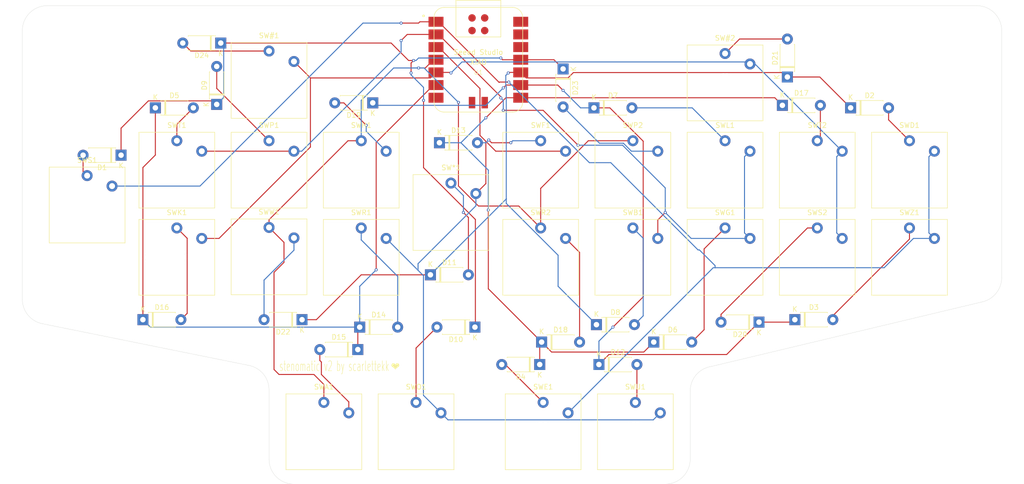
<source format=kicad_pcb>
(kicad_pcb (version 20240108) (generator "pcbnew") (generator_version "8.0")
  (title_block (title "stenomatic board") (rev "1"))
  (layers (0 "F.Cu" signal) (31 "B.Cu" signal) (34 "B.Paste" user) (35 "F.Paste" user) (36 "B.SilkS" user "B.Silkscreen") (37 "F.SilkS" user "F.Silkscreen") (38 "B.Mask" user) (39 "F.Mask" user) (44 "Edge.Cuts" user))
  (net 0 "")
  (net 1 "Net-(U1-P6_SDA_D4)")
  (net 11 "Net-(D1-A)")
  (net 12 "Net-(D1-K)")
  (net 13 "Net-(D11-K)")
  (net 14 "Net-(D2-A)")
  (net 15 "Net-(D12-K)")
  (net 16 "Net-(D3-A)")
  (net 17 "Net-(D4-A)")
  (net 18 "Net-(D13-K)")
  (net 19 "Net-(D5-A)")
  (net 20 "Net-(D14-K)")
  (net 21 "Net-(D6-A)")
  (net 22 "Net-(D7-A)")
  (net 23 "Net-(D8-A)")
  (net 24 "Net-(D9-A)")
  (net 25 "Net-(D10-A)")
  (net 26 "Net-(D11-A)")
  (net 27 "Net-(D12-A)")
  (net 28 "Net-(D13-A)")
  (net 29 "Net-(D14-A)")
  (net 30 "Net-(D15-A)")
  (net 31 "Net-(D16-A)")
  (net 32 "Net-(D17-A)")
  (net 33 "Net-(D18-A)")
  (net 34 "Net-(D19-A)")
  (net 35 "Net-(D20-A)")
  (net 36 "Net-(D21-A)")
  (net 37 "Net-(D22-A)")
  (net 38 "Net-(D23-A)")
  (net 39 "Net-(D24-A)")
  (net 40 "Net-(U1-P28_A2_D2)")
  (net 41 "Net-(U1-P29_A3_D3)")
  (net 42 "Net-(U1-P27_A1_D1)")
  (net 43 "Net-(U1-P26_A0_D0)")
  (footprint "Switch_Keyboard_Kailh:SW_Kailh_Choc_V1_1.00u" (layer "F.Cu") (at 215.5 83.5)
    (property "Reference" "SWZ1")
    (property "Value" "SW_Push")
  )
  (footprint "Diode_THT:D_DO-41_SOD81_P7.62mm_Horizontal" (layer "F.Cu") (at 190 53)
    (property "Reference" "D17")
    (property "Value" "D_Small")
  )
  (footprint "Switch_Keyboard_Kailh:SW_Kailh_Choc_V1_1.00u" (layer "F.Cu") (at 178.5 48.5)
    (property "Reference" "SW#2")
    (property "Value" "SW_Push")
  )
  (footprint "Diode_THT:D_DO-41_SOD81_P7.62mm_Horizontal" (layer "F.Cu") (at 64.19 53.5)
    (property "Reference" "D5")
    (property "Value" "D_Small")
  )
  (footprint "Switch_Keyboard_Kailh:SW_Kailh_Choc_V1_1.00u" (layer "F.Cu") (at 142 118.5)
    (property "Reference" "SWE1")
    (property "Value" "SW_Push")
  )
  (footprint "Diode_THT:D_DO-41_SOD81_P7.62mm_Horizontal" (layer "F.Cu") (at 185.31 96.5 180)
    (property "Reference" "D20")
    (property "Value" "D_Small")
  )
  (footprint "Diode_THT:D_DO-41_SOD81_P7.62mm_Horizontal" (layer "F.Cu") (at 152.19 53.5)
    (property "Reference" "D7")
    (property "Value" "D_Small")
  )
  (footprint "Switch_Keyboard_Kailh:SW_Kailh_Choc_V1_2.00u_90deg" (layer "F.Cu") (at 123.5 74.5)
    (property "Reference" "SW*1")
    (property "Value" "SW_Push")
  )
  (footprint "Switch_Keyboard_Kailh:SW_Kailh_Choc_V1_1.00u" (layer "F.Cu") (at 197 66)
    (property "Reference" "SWT2")
    (property "Value" "SW_Push")
  )
  (footprint "Switch_Keyboard_Kailh:SW_Kailh_Choc_V1_1.00u" (layer "F.Cu") (at 141.5 83.5)
    (property "Reference" "SWR2")
    (property "Value" "SW_Push")
  )
  (footprint "Switch_Keyboard_Kailh:SW_Kailh_Choc_V1_1.00u" (layer "F.Cu") (at 197 83.5)
    (property "Reference" "SWS2")
    (property "Value" "SW_Push")
  )
  (footprint "Diode_THT:D_DO-41_SOD81_P7.62mm_Horizontal" (layer "F.Cu") (at 146 45.69 -90)
    (property "Reference" "D23")
    (property "Value" "D_Small")
  )
  (footprint "Switch_Keyboard_Kailh:SW_Kailh_Choc_V1_1.00u" (layer "F.Cu") (at 160 66)
    (property "Reference" "SWP2")
    (property "Value" "SW_Push")
  )
  (footprint "Switch_Keyboard_Kailh:SW_Kailh_Choc_V1_1.00u" (layer "F.Cu") (at 116.5 118.5)
    (property "Reference" "SWO1")
    (property "Value" "SW_Push")
  )
  (footprint "Switch_Keyboard_Kailh:SW_Kailh_Choc_V1_1.00u" (layer "F.Cu") (at 87 48)
    (property "Reference" "SW#1")
    (property "Value" "SW_Push")
  )
  (footprint "Switch_Keyboard_Kailh:SW_Kailh_Choc_V1_2.00u_90deg" (layer "F.Cu") (at 50.5 73)
    (property "Reference" "SWS1")
    (property "Value" "SW_Push")
  )
  (footprint "Diode_THT:D_DO-41_SOD81_P7.62mm_Horizontal" (layer "F.Cu") (at 141.69 100.5)
    (property "Reference" "D18")
    (property "Value" "D_Small")
  )
  (footprint "Switch_Keyboard_Kailh:SW_Kailh_Choc_V1_1.00u" (layer "F.Cu") (at 160.5 118.5)
    (property "Reference" "SWU1")
    (property "Value" "SW_Push")
  )
  (footprint "Diode_THT:D_DO-41_SOD81_P7.62mm_Horizontal" (layer "F.Cu") (at 164.19 100.5)
    (property "Reference" "D6")
    (property "Value" "D_Small")
  )
  (footprint "Switch_Keyboard_Kailh:SW_Kailh_Choc_V1_1.00u" (layer "F.Cu") (at 160 83.5)
    (property "Reference" "SWB1")
    (property "Value" "SW_Push")
  )
  (footprint "MountingHole:MountingHole_3.2mm_M3" (layer "F.Cu") (at 42.5 92)
    (property "Reference" "REF**" (hide yes))
    (property "Value" "MountingHole_3.2mm_M3")
  )
  (footprint "Diode_THT:D_DO-41_SOD81_P7.62mm_Horizontal" (layer "F.Cu") (at 76.5 52.81 90)
    (property "Reference" "D9")
    (property "Value" "D_Small")
  )
  (footprint "Diode_THT:D_DO-41_SOD81_P7.62mm_Horizontal" (layer "F.Cu") (at 119.38 87)
    (property "Reference" "D11")
    (property "Value" "D_Small")
  )
  (footprint "footprints:XIAO-SAMD21-RP2040-14P-2.54-21X17.8MM (Seeeduino XIAO)" (layer "F.Cu") (at 129 43.85)
    (property "Reference" "U1")
    (property "Value" "Seeed Studio XIAO SAMD21" (hide yes))
  )
  (footprint "Diode_THT:D_DO-41_SOD81_P7.62mm_Horizontal" (layer "F.Cu") (at 61.69 96)
    (property "Reference" "D16")
    (property "Value" "D_Small")
  )
  (footprint "Switch_Keyboard_Kailh:SW_Kailh_Choc_V1_1.00u" (layer "F.Cu") (at 105.5 66)
    (property "Reference" "SWH1")
    (property "Value" "SW_Push")
  )
  (footprint "Switch_Keyboard_Kailh:SW_Kailh_Choc_V1_1.00u" (layer "F.Cu") (at 68.5 66)
    (property "Reference" "SWT1")
    (property "Value" "SW_Push")
  )
  (footprint "Diode_THT:D_DO-41_SOD81_P7.62mm_Horizontal" (layer "F.Cu") (at 153.19 105)
    (property "Reference" "D12")
    (property "Value" "D_Small")
  )
  (footprint "Diode_THT:D_DO-41_SOD81_P7.62mm_Horizontal" (layer "F.Cu") (at 191 47.31 90)
    (property "Reference" "D21")
    (property "Value" "D_Small")
  )
  (footprint "Diode_THT:D_DO-41_SOD81_P7.62mm_Horizontal" (layer "F.Cu") (at 203.69 53.5)
    (property "Reference" "D2")
    (property "Value" "D_Small")
  )
  (footprint "Switch_Keyboard_Kailh:SW_Kailh_Choc_V1_1.00u" (layer "F.Cu") (at 98 118.5)
    (property "Reference" "SWA1")
    (property "Value" "SW_Push")
  )
  (footprint "Switch_Keyboard_Kailh:SW_Kailh_Choc_V1_1.00u" (layer "F.Cu") (at 178.5 66)
    (property "Reference" "SWL1")
    (property "Value" "SW_Push")
  )
  (footprint "Diode_THT:D_DO-41_SOD81_P7.62mm_Horizontal" (layer "F.Cu") (at 128.31 97.5 180)
    (property "Reference" "D10")
    (property "Value" "D_Small")
  )
  (footprint "MountingHole:MountingHole_3.2mm_M3" (layer "F.Cu") (at 229 38)
    (property "Reference" "REF**" (hide yes))
    (property "Value" "MountingHole_3.2mm_M3")
  )
  (footprint "Switch_Keyboard_Kailh:SW_Kailh_Choc_V1_1.00u" (layer "F.Cu") (at 141.5 66)
    (property "Reference" "SWF1")
    (property "Value" "SW_Push")
  )
  (footprint "Diode_THT:D_DO-41_SOD81_P7.62mm_Horizontal" (layer "F.Cu") (at 121.19 60.5)
    (property "Reference" "D13")
    (property "Value" "D_Small")
  )
  (footprint "Diode_THT:D_DO-41_SOD81_P7.62mm_Horizontal" (layer "F.Cu") (at 107.81 52.5 180)
    (property "Reference" "D19")
    (property "Value" "D_Small")
  )
  (footprint "Switch_Keyboard_Kailh:SW_Kailh_Choc_V1_1.00u" (layer "F.Cu") (at 178.5 83.5)
    (property "Reference" "SWG1")
    (property "Value" "SW_Push")
  )
  (footprint "Diode_THT:D_DO-41_SOD81_P7.62mm_Horizontal" (layer "F.Cu") (at 77.31 40.5 180)
    (property "Reference" "D24")
    (property "Value" "D_Small")
  )
  (footprint "Switch_Keyboard_Kailh:SW_Kailh_Choc_V1_1.00u" (layer "F.Cu") (at 68.5 83.5)
    (property "Reference" "SWK1")
    (property "Value" "SW_Push")
  )
  (footprint "Diode_THT:D_DO-41_SOD81_P7.62mm_Horizontal" (layer "F.Cu") (at 57.31 63 180)
    (property "Reference" "D1")
    (property "Value" "D_Small")
  )
  (footprint "MountingHole:MountingHole_3.2mm_M3" (layer "F.Cu") (at 229 87.5)
    (property "Reference" "REF**" (hide yes))
    (property "Value" "MountingHole_3.2mm_M3")
  )
  (footprint "Switch_Keyboard_Kailh:SW_Kailh_Choc_V1_1.00u" (layer "F.Cu") (at 215.5 66)
    (property "Reference" "SWD1")
    (property "Value" "SW_Push")
  )
  (footprint "Switch_Keyboard_Kailh:SW_Kailh_Choc_V1_1.00u" (layer "F.Cu") (at 87 83.4)
    (property "Reference" "SWW1")
    (property "Value" "SW_Push")
  )
  (footprint "Diode_THT:D_DO-41_SOD81_P7.62mm_Horizontal" (layer "F.Cu") (at 192.5 96)
    (property "Reference" "D3")
    (property "Value" "D_Small")
  )
  (footprint "Diode_THT:D_DO-41_SOD81_P7.62mm_Horizontal" (layer "F.Cu") (at 104.81 102 180)
    (property "Reference" "D15")
    (property "Value" "D_Small")
  )
  (footprint "Diode_THT:D_DO-41_SOD81_P7.62mm_Horizontal" (layer "F.Cu") (at 152.69 97)
    (property "Reference" "D8")
    (property "Value" "D_Small")
  )
  (footprint "Switch_Keyboard_Kailh:SW_Kailh_Choc_V1_1.00u" (layer "F.Cu") (at 105.5 83.5)
    (property "Reference" "SWR1")
    (property "Value" "SW_Push")
  )
  (footprint "Switch_Keyboard_Kailh:SW_Kailh_Choc_V1_1.00u" (layer "F.Cu") (at 87 66)
    (property "Reference" "SWP1")
    (property "Value" "SW_Push")
  )
  (footprint "Diode_THT:D_DO-41_SOD81_P7.62mm_Horizontal" (layer "F.Cu") (at 141.31 105 180)
    (property "Reference" "D4")
    (property "Value" "D_Small")
  )
  (footprint "MountingHole:MountingHole_3.2mm_M3" (layer "F.Cu") (at 42.5 38)
    (property "Reference" "REF**" (hide yes))
    (property "Value" "MountingHole_3.2mm_M3")
  )
  (footprint "Diode_THT:D_DO-41_SOD81_P7.62mm_Horizontal" (layer "F.Cu") (at 93.62 96 180)
    (property "Reference" "D22")
    (property "Value" "D_Small")
  )
  (footprint "Diode_THT:D_DO-41_SOD81_P7.62mm_Horizontal" (layer "F.Cu") (at 105.19 97.5)
    (property "Reference" "D14")
    (property "Value" "D_Small")
  )
  (gr_line (start 171.5 110.327599) (end 171.5 124) (stroke (width 0.05)) (layer "Edge.Cuts"))
  (gr_arc (start 92 129) (mid 88.464466 127.535534) (end 87 124) (stroke (width 0.05)) (layer "Edge.Cuts"))
  (gr_line (start 166.5 129) (end 92 129) (stroke (width 0.05)) (layer "Edge.Cuts"))
  (gr_arc (start 234 87.551899) (mid 232.924134 90.650475) (end 230.159531 92.415589) (stroke (width 0.05)) (layer "Edge.Cuts"))
  (gr_line (start 82.990099 105.189919) (end 41.509901 96.810081) (stroke (width 0.05)) (layer "Edge.Cuts"))
  (gr_arc (start 171.5 110.327599) (mid 172.71941 107.055423) (end 175.782855 105.379296) (stroke (width 0.05)) (layer "Edge.Cuts"))
  (gr_line (start 87 124) (end 87 110.090909) (stroke (width 0.05)) (layer "Edge.Cuts"))
  (gr_line (start 175.782855 105.379296) (end 230.159531 92.415589) (stroke (width 0.05)) (layer "Edge.Cuts"))
  (gr_arc (start 171.5 124) (mid 170.035534 127.535534) (end 166.5 129) (stroke (width 0.05)) (layer "Edge.Cuts"))
  (gr_arc (start 37.5 38) (mid 38.964466 34.464466) (end 42.5 33) (stroke (width 0.05)) (layer "Edge.Cuts"))
  (gr_line (start 42.5 33) (end 229 33) (stroke (width 0.05)) (layer "Edge.Cuts"))
  (gr_arc (start 229 33) (mid 232.535534 34.464466) (end 234 38) (stroke (width 0.05)) (layer "Edge.Cuts"))
  (gr_arc (start 82.990099 105.189919) (mid 85.869786 106.92472) (end 87 110.090909) (stroke (width 0.05)) (layer "Edge.Cuts"))
  (gr_arc (start 41.509901 96.810081) (mid 38.630217 95.075279) (end 37.5 91.909091) (stroke (width 0.05)) (layer "Edge.Cuts"))
  (gr_line (start 234 38) (end 234 87.551899) (stroke (width 0.05)) (layer "Edge.Cuts"))
  (gr_line (start 37.5 91.909091) (end 37.5 38) (stroke (width 0.05)) (layer "Edge.Cuts"))
  (gr_text "stenomatic v2 by scarlettekk\n" (at 89 106.5 0) (layer "F.SilkS") (effects (font (size 2 1) (thickness 0.1)) (justify left bottom)))
  (gr_text "❤︎" (at 111.5 106.5 0) (layer "F.SilkS") (effects (font (size 2 2) (thickness 0.1)) (justify left bottom)))
  (segment (start 76.961522 79.7) (end 95.3 61.361522) (width 0.2) (layer "F.Cu") (net 1))
  (segment (start 119.39 47.5) (end 120.5 46.39) (width 0.2) (layer "F.Cu") (net 1))
  (segment (start 95.3 47.5) (end 119.39 47.5) (width 0.2) (layer "F.Cu") (net 1))
  (segment (start 92 44.2) (end 95.3 47.5) (width 0.2) (layer "F.Cu") (net 1))
  (segment (start 73.5 79.7) (end 76.961522 79.7) (width 0.2) (layer "F.Cu") (net 1))
  (segment (start 123.39 46.39) (end 120.5 46.39) (width 0.2) (layer "F.Cu") (net 1))
  (segment (start 123.5 46.5) (end 123.39 46.39) (width 0.2) (layer "F.Cu") (net 1))
  (segment (start 95.3 61.361522) (end 95.3 47.5) (width 0.2) (layer "F.Cu") (net 1))
  (via (at 123.5 46.5) (size 0.6) (drill 0.3) (layers "F.Cu" "B.Cu") (net 1))
  (segment (start 200.900001 63.299999) (end 202 62.2) (width 0.2) (layer "B.Cu") (net 1))
  (segment (start 200.900001 78.600001) (end 200.900001 63.299999) (width 0.2) (layer "B.Cu") (net 1))
  (segment (start 202 79.7) (end 200.900001 78.600001) (width 0.2) (layer "B.Cu") (net 1))
  (segment (start 184.5 44.7) (end 183.5 44.7) (width 0.2) (layer "B.Cu") (net 1))
  (segment (start 183.5 44.7) (end 183.09 44.29) (width 0.2) (layer "B.Cu") (net 1))
  (segment (start 202 62.2) (end 184.5 44.7) (width 0.2) (layer "B.Cu") (net 1))
  (segment (start 125.71 44.29) (end 123.5 46.5) (width 0.2) (layer "B.Cu") (net 1))
  (segment (start 183.09 44.29) (end 125.71 44.29) (width 0.2) (layer "B.Cu") (net 1))
  (segment (start 49.69 66.29) (end 50.5 67.1) (width 0.2) (layer "F.Cu") (net 11))
  (segment (start 49.69 63) (end 49.69 66.29) (width 0.2) (layer "F.Cu") (net 11))
  (segment (start 144.16 43.85) (end 146 45.69) (width 0.2) (layer "F.Cu") (net 12))
  (segment (start 57.31 63) (end 57.31 57.58) (width 0.2) (layer "F.Cu") (net 12))
  (segment (start 115.5 44.5) (end 116 44) (width 0.2) (layer "F.Cu") (net 12))
  (segment (start 133.85 43.85) (end 137.5 43.85) (width 0.2) (layer "F.Cu") (net 12))
  (segment (start 118 65.5) (end 118 52) (width 0.2) (layer "F.Cu") (net 12))
  (segment (start 128.31 97.5) (end 128.4 97.41) (width 0.2) (layer "F.Cu") (net 12))
  (segment (start 115 44) (end 111.5 40.5) (width 0.2) (layer "F.Cu") (net 12))
  (segment (start 128.4 97.41) (end 128.4 75.9) (width 0.2) (layer "F.Cu") (net 12))
  (segment (start 115.5 46.5) (end 115.5 44.5) (width 0.2) (layer "F.Cu") (net 12))
  (segment (start 128.4 75.9) (end 118 65.5) (width 0.2) (layer "F.Cu") (net 12))
  (segment (start 62.79 52.1) (end 75.79 52.1) (width 0.2) (layer "F.Cu") (net 12))
  (segment (start 111.5 40.5) (end 77.31 40.5) (width 0.2) (layer "F.Cu") (net 12))
  (segment (start 116 44) (end 115 44) (width 0.2) (layer "F.Cu") (net 12))
  (segment (start 137.5 43.85) (end 144.16 43.85) (width 0.2) (layer "F.Cu") (net 12))
  (segment (start 75.79 52.1) (end 76.5 52.81) (width 0.2) (layer "F.Cu") (net 12))
  (segment (start 133.5 43.5) (end 133.85 43.85) (width 0.2) (layer "F.Cu") (net 12))
  (segment (start 57.31 57.58) (end 62.79 52.1) (width 0.2) (layer "F.Cu") (net 12))
  (via (at 115.5 46.5) (size 0.6) (drill 0.3) (layers "F.Cu" "B.Cu") (net 12))
  (via (at 118 52) (size 0.6) (drill 0.3) (layers "F.Cu" "B.Cu") (net 12))
  (via (at 116 44) (size 0.6) (drill 0.3) (layers "F.Cu" "B.Cu") (net 12))
  (via (at 133.5 43.5) (size 0.6) (drill 0.3) (layers "F.Cu" "B.Cu") (net 12))
  (segment (start 77.9 51.41) (end 76.5 52.81) (width 0.2) (layer "B.Cu") (net 12))
  (segment (start 117 43.5) (end 133.5 43.5) (width 0.2) (layer "B.Cu") (net 12))
  (segment (start 116 44) (end 116.5 44) (width 0.2) (layer "B.Cu") (net 12))
  (segment (start 116.5 44) (end 117 43.5) (width 0.2) (layer "B.Cu") (net 12))
  (segment (start 118 49.4) (end 118 52) (width 0.2) (layer "B.Cu") (net 12))
  (segment (start 115.5 46.9) (end 118 49.4) (width 0.2) (layer "B.Cu") (net 12))
  (segment (start 77.9 41.09) (end 77.9 51.41) (width 0.2) (layer "B.Cu") (net 12))
  (segment (start 115.5 46.5) (end 115.5 46.9) (width 0.2) (layer "B.Cu") (net 12))
  (segment (start 77.31 40.5) (end 77.9 41.09) (width 0.2) (layer "B.Cu") (net 12))
  (segment (start 135 46.5) (end 135.11 46.39) (width 0.2) (layer "F.Cu") (net 13))
  (segment (start 191 47.31) (end 190.115 46.425) (width 0.2) (layer "F.Cu") (net 13))
  (segment (start 146.99 47.5) (end 138.61 47.5) (width 0.2) (layer "F.Cu") (net 13))
  (segment (start 148.065 46.425) (end 146.99 47.5) (width 0.2) (layer "F.Cu") (net 13))
  (segment (start 96.5 96) (end 105.5 87) (width 0.2) (layer "F.Cu") (net 13))
  (segment (start 135.11 46.39) (end 137.5 46.39) (width 0.2) (layer "F.Cu") (net 13))
  (segment (start 105.5 87) (end 119.38 87) (width 0.2) (layer "F.Cu") (net 13))
  (segment (start 93.62 96) (end 96.5 96) (width 0.2) (layer "F.Cu") (net 13))
  (segment (start 191 47.31) (end 197.5 47.31) (width 0.2) (layer "F.Cu") (net 13))
  (segment (start 190.115 46.425) (end 148.065 46.425) (width 0.2) (layer "F.Cu") (net 13))
  (segment (start 138.61 47.5) (end 137.5 46.39) (width 0.2) (layer "F.Cu") (net 13))
  (segment (start 197.5 47.31) (end 203.69 53.5) (width 0.2) (layer "F.Cu") (net 13))
  (via (at 135 46.5) (size 0.6) (drill 0.3) (layers "F.Cu" "B.Cu") (net 13))
  (segment (start 145 83.079899) (end 134.6 72.679899) (width 0.2) (layer "B.Cu") (net 13))
  (segment (start 134.5 49.151471) (end 134.5 47) (width 0.2) (layer "B.Cu") (net 13))
  (segment (start 134.5 47) (end 135 46.5) (width 0.2) (layer "B.Cu") (net 13))
  (segment (start 145 89.31) (end 145 83.079899) (width 0.2) (layer "B.Cu") (net 13))
  (segment (start 152.69 97) (end 145 89.31) (width 0.2) (layer "B.Cu") (net 13))
  (segment (start 134.6 71.78) (end 134.6 49.251471) (width 0.2) (layer "B.Cu") (net 13))
  (segment (start 119.38 87) (end 134.6 71.78) (width 0.2) (layer "B.Cu") (net 13))
  (segment (start 134.6 49.251471) (end 134.5 49.151471) (width 0.2) (layer "B.Cu") (net 13))
  (segment (start 134.6 72.679899) (end 134.6 71.78) (width 0.2) (layer "B.Cu") (net 13))
  (segment (start 211.31 55.91) (end 215.5 60.1) (width 0.2) (layer "F.Cu") (net 14))
  (segment (start 211.31 53.5) (end 211.31 55.91) (width 0.2) (layer "F.Cu") (net 14))
  (segment (start 144.93 48.93) (end 146 50) (width 0.2) (layer "F.Cu") (net 15))
  (segment (start 155.19 103) (end 178.81 103) (width 0.2) (layer "F.Cu") (net 15))
  (segment (start 107.81 52.5) (end 108.08 52.77) (width 0.2) (layer "F.Cu") (net 15))
  (segment (start 134.57 48.93) (end 137.5 48.93) (width 0.2) (layer "F.Cu") (net 15))
  (segment (start 152.19 53.5) (end 155.379899 53.5) (width 0.2) (layer "F.Cu") (net 15))
  (segment (start 178.81 103) (end 185.31 96.5) (width 0.2) (layer "F.Cu") (net 15))
  (segment (start 155.379899 53.5) (end 162.075 60.195101) (width 0.2) (layer "F.Cu") (net 15))
  (segment (start 137.5 48.93) (end 144.93 48.93) (width 0.2) (layer "F.Cu") (net 15))
  (segment (start 192 96.5) (end 192.5 96) (width 0.2) (layer "F.Cu") (net 15))
  (segment (start 134 49.5) (end 134.57 48.93) (width 0.2) (layer "F.Cu") (net 15))
  (segment (start 153.19 105) (end 155.19 103) (width 0.2) (layer "F.Cu") (net 15))
  (segment (start 162.075 91.425) (end 156 97.5) (width 0.2) (layer "F.Cu") (net 15))
  (segment (start 162.075 60.195101) (end 162.075 91.425) (width 0.2) (layer "F.Cu") (net 15))
  (segment (start 185.31 96.5) (end 192 96.5) (width 0.2) (layer "F.Cu") (net 15))
  (via (at 146 50) (size 0.6) (drill 0.3) (layers "F.Cu" "B.Cu") (net 15))
  (via (at 156 97.5) (size 0.6) (drill 0.3) (layers "F.Cu" "B.Cu") (net 15))
  (via (at 134 49.5) (size 0.6) (drill 0.3) (layers "F.Cu" "B.Cu") (net 15))
  (segment (start 156 97.5) (end 153.19 100.31) (width 0.2) (layer "B.Cu") (net 15))
  (segment (start 107.81 52.5) (end 108.31 53) (width 0.2) (layer "B.Cu") (net 15))
  (segment (start 146 50) (end 149.5 53.5) (width 0.2) (layer "B.Cu") (net 15))
  (segment (start 149.5 53.5) (end 152.19 53.5) (width 0.2) (layer "B.Cu") (net 15))
  (segment (start 130.5 53) (end 134 49.5) (width 0.2) (layer "B.Cu") (net 15))
  (segment (start 108.31 53) (end 130.5 53) (width 0.2) (layer "B.Cu") (net 15))
  (segment (start 153.19 100.31) (end 153.19 105) (width 0.2) (layer "B.Cu") (net 15))
  (segment (start 200.12 95.218478) (end 200.12 96) (width 0.2) (layer "F.Cu") (net 16))
  (segment (start 215.5 77.6) (end 215.5 79.838478) (width 0.2) (layer "F.Cu") (net 16))
  (segment (start 215.5 79.838478) (end 200.12 95.218478) (width 0.2) (layer "F.Cu") (net 16))
  (segment (start 142 112.6) (end 134.4 105) (width 0.2) (layer "F.Cu") (net 17))
  (segment (start 134.4 105) (end 133.69 105) (width 0.2) (layer "F.Cu") (net 17))
  (segment (start 134.53 51.47) (end 130.5 55.5) (width 0.2) (layer "F.Cu") (net 18))
  (segment (start 131 89.81) (end 141.69 100.5) (width 0.2) (layer "F.Cu") (net 18))
  (segment (start 190 53) (end 188.47 51.47) (width 0.2) (layer "F.Cu") (net 18))
  (segment (start 188.47 51.47) (end 137.5 51.47) (width 0.2) (layer "F.Cu") (net 18))
  (segment (start 141.31 100.88) (end 141.69 100.5) (width 0.2) (layer "F.Cu") (net 18))
  (segment (start 141.31 105) (end 141.31 100.88) (width 0.2) (layer "F.Cu") (net 18))
  (segment (start 137.5 51.47) (end 134.53 51.47) (width 0.2) (layer "F.Cu") (net 18))
  (segment (start 131 74) (end 131 89.81) (width 0.2) (layer "F.Cu") (net 18))
  (segment (start 164.19 100.5) (end 162.19 102.5) (width 0.2) (layer "F.Cu") (net 18))
  (segment (start 162.19 102.5) (end 143.69 102.5) (width 0.2) (layer "F.Cu") (net 18))
  (segment (start 143.69 102.5) (end 141.69 100.5) (width 0.2) (layer "F.Cu") (net 18))
  (via (at 130.5 55.5) (size 0.6) (drill 0.3) (layers "F.Cu" "B.Cu") (net 18))
  (via (at 131 74) (size 0.6) (drill 0.3) (layers "F.Cu" "B.Cu") (net 18))
  (segment (start 125.5 60.5) (end 121.19 60.5) (width 0.2) (layer "B.Cu") (net 18))
  (segment (start 131 66) (end 131 74) (width 0.2) (layer "B.Cu") (net 18))
  (segment (start 130.5 55.5) (end 125.5 60.5) (width 0.2) (layer "B.Cu") (net 18))
  (segment (start 125.5 60.5) (end 131 66) (width 0.2) (layer "B.Cu") (net 18))
  (segment (start 68.5 56.81) (end 71.81 53.5) (width 0.2) (layer "F.Cu") (net 19))
  (segment (start 68.5 60.1) (end 68.5 56.81) (width 0.2) (layer "F.Cu") (net 19))
  (segment (start 108.5 60.43) (end 108.5 86) (width 0.2) (layer "F.Cu") (net 20))
  (segment (start 120 48.93) (end 108.5 60.43) (width 0.2) (layer "F.Cu") (net 20))
  (segment (start 61.69 96) (end 61.69 65.471522) (width 0.2) (layer "F.Cu") (net 20))
  (segment (start 64.19 62.971522) (end 64.19 53.5) (width 0.2) (layer "F.Cu") (net 20))
  (segment (start 61.69 65.471522) (end 64.19 62.971522) (width 0.2) (layer "F.Cu") (net 20))
  (segment (start 120.5 48.93) (end 120 48.93) (width 0.2) (layer "F.Cu") (net 20))
  (segment (start 104.81 102) (end 104.81 97.88) (width 0.2) (layer "F.Cu") (net 20))
  (segment (start 104.81 97.88) (end 105.19 97.5) (width 0.2) (layer "F.Cu") (net 20))
  (via (at 108.5 86) (size 0.6) (drill 0.3) (layers "F.Cu" "B.Cu") (net 20))
  (segment (start 108.5 86) (end 105.19 89.31) (width 0.2) (layer "B.Cu") (net 20))
  (segment (start 105.19 89.31) (end 105.19 97.5) (width 0.2) (layer "B.Cu") (net 20))
  (segment (start 63.19 97.5) (end 105.19 97.5) (width 0.2) (layer "B.Cu") (net 20))
  (segment (start 61.69 96) (end 63.19 97.5) (width 0.2) (layer "B.Cu") (net 20))
  (segment (start 174.3 81.8) (end 178.5 77.6) (width 0.2) (layer "F.Cu") (net 21))
  (segment (start 174.3 98.01) (end 174.3 81.8) (width 0.2) (layer "F.Cu") (net 21))
  (segment (start 171.81 100.5) (end 174.3 98.01) (width 0.2) (layer "F.Cu") (net 21))
  (segment (start 159.81 53.5) (end 171.9 53.5) (width 0.2) (layer "B.Cu") (net 22))
  (segment (start 171.9 53.5) (end 178.5 60.1) (width 0.2) (layer "B.Cu") (net 22))
  (segment (start 162.075 79.675) (end 162.075 95.235) (width 0.2) (layer "B.Cu") (net 23))
  (segment (start 162.075 95.235) (end 160.31 97) (width 0.2) (layer "B.Cu") (net 23))
  (segment (start 160 77.6) (end 162.075 79.675) (width 0.2) (layer "B.Cu") (net 23))
  (segment (start 76.5 45.19) (end 76.5 49.6) (width 0.2) (layer "F.Cu") (net 24))
  (segment (start 76.5 49.6) (end 87 60.1) (width 0.2) (layer "F.Cu") (net 24))
  (segment (start 116.5 112.6) (end 116.5 101.69) (width 0.2) (layer "F.Cu") (net 25))
  (segment (start 116.5 101.69) (end 120.69 97.5) (width 0.2) (layer "F.Cu") (net 25))
  (segment (start 127 75.5) (end 126 74.5) (width 0.2) (layer "F.Cu") (net 26))
  (segment (start 127 87) (end 127 75.5) (width 0.2) (layer "F.Cu") (net 26))
  (via (at 126 74.5) (size 0.6) (drill 0.3) (layers "F.Cu" "B.Cu") (net 26))
  (segment (start 126 74.5) (end 126 71.1) (width 0.2) (layer "B.Cu") (net 26))
  (segment (start 126 71.1) (end 123.5 68.6) (width 0.2) (layer "B.Cu") (net 26))
  (segment (start 160.81 112.29) (end 160.5 112.6) (width 0.2) (layer "F.Cu") (net 27))
  (segment (start 160.81 105) (end 160.81 112.29) (width 0.2) (layer "F.Cu") (net 27))
  (segment (start 131.638428 60.5) (end 131.084622 59.946194) (width 0.2) (layer "F.Cu") (net 28))
  (segment (start 135.5 60.5) (end 131.638428 60.5) (width 0.2) (layer "F.Cu") (net 28))
  (via (at 131.084622 59.946194) (size 0.6) (drill 0.3) (layers "F.Cu" "B.Cu") (net 28))
  (via (at 135.5 60.5) (size 0.6) (drill 0.3) (layers "F.Cu" "B.Cu") (net 28))
  (segment (start 130.530816 60.5) (end 128.81 60.5) (width 0.2) (layer "B.Cu") (net 28))
  (segment (start 135.9 60.1) (end 135.5 60.5) (width 0.2) (layer "B.Cu") (net 28))
  (segment (start 131.084622 59.946194) (end 130.530816 60.5) (width 0.2) (layer "B.Cu") (net 28))
  (segment (start 141.5 60.1) (end 135.9 60.1) (width 0.2) (layer "B.Cu") (net 28))
  (segment (start 105.5 80) (end 105.5 77.6) (width 0.2) (layer "B.Cu") (net 29))
  (segment (start 112.81 97.5) (end 112.81 87.31) (width 0.2) (layer "B.Cu") (net 29))
  (segment (start 112.81 87.31) (end 105.5 80) (width 0.2) (layer "B.Cu") (net 29))
  (segment (start 97.5 104.5) (end 97.5 107) (width 0.2) (layer "F.Cu") (net 30))
  (segment (start 103 112.5) (end 103 114.7) (width 0.2) (layer "F.Cu") (net 30))
  (segment (start 97.19 102) (end 97.19 104.19) (width 0.2) (layer "F.Cu") (net 30))
  (segment (start 97.19 104.19) (end 97.5 104.5) (width 0.2) (layer "F.Cu") (net 30))
  (segment (start 97.5 107) (end 103 112.5) (width 0.2) (layer "F.Cu") (net 30))
  (segment (start 70.575 79.675) (end 68.5 77.6) (width 0.2) (layer "F.Cu") (net 31))
  (segment (start 70.575 94.735) (end 70.575 79.675) (width 0.2) (layer "F.Cu") (net 31))
  (segment (start 69.31 96) (end 70.575 94.735) (width 0.2) (layer "F.Cu") (net 31))
  (segment (start 197.62 53) (end 197.62 59.48) (width 0.2) (layer "F.Cu") (net 32))
  (segment (start 197.62 59.48) (end 197 60.1) (width 0.2) (layer "F.Cu") (net 32))
  (segment (start 149.31 82.51) (end 146.5 79.7) (width 0.2) (layer "F.Cu") (net 33))
  (segment (start 149.31 100.5) (end 149.31 82.51) (width 0.2) (layer "F.Cu") (net 33))
  (segment (start 102 52.5) (end 100.19 52.5) (width 0.2) (layer "F.Cu") (net 34))
  (segment (start 106.5 57) (end 102 52.5) (width 0.2) (layer "F.Cu") (net 34))
  (via (at 106.5 57) (size 0.6) (drill 0.3) (layers "F.Cu" "B.Cu") (net 34))
  (segment (start 106.5 58.2) (end 106.5 57) (width 0.2) (layer "B.Cu") (net 34))
  (segment (start 110.5 62.2) (end 106.5 58.2) (width 0.2) (layer "B.Cu") (net 34))
  (segment (start 177.69 94.944366) (end 195.034366 77.6) (width 0.2) (layer "F.Cu") (net 35))
  (segment (start 195.034366 77.6) (end 197 77.6) (width 0.2) (layer "F.Cu") (net 35))
  (segment (start 177.69 96.5) (end 177.69 94.944366) (width 0.2) (layer "F.Cu") (net 35))
  (segment (start 191 39.69) (end 181.41 39.69) (width 0.2) (layer "F.Cu") (net 36))
  (segment (start 181.41 39.69) (end 178.5 42.6) (width 0.2) (layer "F.Cu") (net 36))
  (segment (start 86 88.061522) (end 92 82.061522) (width 0.2) (layer "B.Cu") (net 37))
  (segment (start 92 82.061522) (end 92 79.6) (width 0.2) (layer "B.Cu") (net 37))
  (segment (start 86 96) (end 86 88.061522) (width 0.2) (layer "B.Cu") (net 37))
  (segment (start 158.100179 60.6) (end 153.29 60.6) (width 0.2) (layer "B.Cu") (net 38))
  (segment (start 153.29 60.6) (end 146 53.31) (width 0.2) (layer "B.Cu") (net 38))
  (segment (start 159.700179 62.2) (end 158.100179 60.6) (width 0.2) (layer "B.Cu") (net 38))
  (segment (start 165 62.2) (end 159.700179 62.2) (width 0.2) (layer "B.Cu") (net 38))
  (segment (start 71.29 42.1) (end 69.69 40.5) (width 0.2) (layer "F.Cu") (net 39))
  (segment (start 87 42.1) (end 71.29 42.1) (width 0.2) (layer "F.Cu") (net 39))
  (segment (start 120.5 41.31) (end 121 41.31) (width 0.2) (layer "F.Cu") (net 40))
  (segment (start 146.5 62.2) (end 132.489899 62.2) (width 0.2) (layer "F.Cu") (net 40))
  (segment (start 132.489899 62.2) (end 130.5 60.210101) (width 0.2) (layer "F.Cu") (net 40))
  (segment (start 130.5 60.210101) (end 130.5 68.7) (width 0.2) (layer "F.Cu") (net 40))
  (segment (start 129.32 59.030101) (end 130.5 60.210101) (width 0.2) (layer "F.Cu") (net 40))
  (segment (start 130.5 68.7) (end 128.5 70.7) (width 0.2) (layer "F.Cu") (net 40))
  (segment (start 129.32 49.63) (end 129.32 59.030101) (width 0.2) (layer "F.Cu") (net 40))
  (segment (start 121 41.31) (end 129.32 49.63) (width 0.2) (layer "F.Cu") (net 40))
  (segment (start 117.98 111.18) (end 117.98 87.18) (width 0.2) (layer "B.Cu") (net 40))
  (segment (start 117.98 87.18) (end 116.9 86.1) (width 0.2) (layer "B.Cu") (net 40))
  (segment (start 128.5 73.161522) (end 128.5 70.7) (width 0.2) (layer "B.Cu") (net 40))
  (segment (start 122.9 116.1) (end 121.5 114.7) (width 0.2) (layer "B.Cu") (net 40))
  (segment (start 116.9 86.1) (end 110.5 79.7) (width 0.2) (layer "B.Cu") (net 40))
  (segment (start 165.5 114.7) (end 164.1 116.1) (width 0.2) (layer "B.Cu") (net 40))
  (segment (start 121.5 114.7) (end 117.98 111.18) (width 0.2) (layer "B.Cu") (net 40))
  (segment (start 164.1 116.1) (end 122.9 116.1) (width 0.2) (layer "B.Cu") (net 40))
  (segment (start 116.9 84.761522) (end 128.5 73.161522) (width 0.2) (layer "B.Cu") (net 40))
  (segment (start 116.9 86.1) (end 116.9 84.761522) (width 0.2) (layer "B.Cu") (net 40))
  (segment (start 96 107) (end 89 107) (width 0.2) (layer "F.Cu") (net 41))
  (segment (start 88 106) (end 88 86.5) (width 0.2) (layer "F.Cu") (net 41))
  (segment (start 118.35 45.5) (end 117 45.5) (width 0.2) (layer "F.Cu") (net 41))
  (segment (start 141.5 77.6) (end 141.5 69.661522) (width 0.2) (layer "F.Cu") (net 41))
  (segment (start 129.020101 73.2) (end 137.1 73.2) (width 0.2) (layer "F.Cu") (net 41))
  (segment (start 98 109) (end 96 107) (width 0.2) (layer "F.Cu") (net 41))
  (segment (start 120 43.85) (end 118.35 45.5) (width 0.2) (layer "F.Cu") (net 41))
  (segment (start 141.5 69.661522) (end 151.061522 60.1) (width 0.2) (layer "F.Cu") (net 41))
  (segment (start 90 80.5) (end 87 77.5) (width 0.2) (layer "F.Cu") (net 41))
  (segment (start 125 69.179899) (end 129.020101 73.2) (width 0.2) (layer "F.Cu") (net 41))
  (segment (start 137.1 73.2) (end 141.5 77.6) (width 0.2) (layer "F.Cu") (net 41))
  (segment (start 87 77.5) (end 87 75.944366) (width 0.2) (layer "F.Cu") (net 41))
  (segment (start 90 84.5) (end 90 80.5) (width 0.2) (layer "F.Cu") (net 41))
  (segment (start 151.061522 60.1) (end 160 60.1) (width 0.2) (layer "F.Cu") (net 41))
  (segment (start 87 75.944366) (end 102.844366 60.1) (width 0.2) (layer "F.Cu") (net 41))
  (segment (start 88 86.5) (end 90 84.5) (width 0.2) (layer "F.Cu") (net 41))
  (segment (start 89 107) (end 88 106) (width 0.2) (layer "F.Cu") (net 41))
  (segment (start 120.5 43.85) (end 120 43.85) (width 0.2) (layer "F.Cu") (net 41))
  (segment (start 102.844366 60.1) (end 105.5 60.1) (width 0.2) (layer "F.Cu") (net 41))
  (segment (start 125 52.4) (end 125 69.179899) (width 0.2) (layer "F.Cu") (net 41))
  (segment (start 98 112.6) (end 98 109) (width 0.2) (layer "F.Cu") (net 41))
  (via (at 117 45.5) (size 0.6) (drill 0.3) (layers "F.Cu" "B.Cu") (net 41))
  (via (at 125 52.4) (size 0.6) (drill 0.3) (layers "F.Cu" "B.Cu") (net 41))
  (segment (start 118.1 45.5) (end 125 52.4) (width 0.2) (layer "B.Cu") (net 41))
  (segment (start 115.5 45.5) (end 112.01 45.5) (width 0.2) (layer "B.Cu") (net 41))
  (segment (start 112.01 45.5) (end 105.5 52.01) (width 0.2) (layer "B.Cu") (net 41))
  (segment (start 105.5 52.01) (end 105.5 60.1) (width 0.2) (layer "B.Cu") (net 41))
  (segment (start 117 45.5) (end 115.5 45.5) (width 0.2) (layer "B.Cu") (net 41))
  (segment (start 115.5 45.5) (end 118.1 45.5) (width 0.2) (layer "B.Cu") (net 41))
  (segment (start 120.5 38.77) (end 121 38.77) (width 0.2) (layer "F.Cu") (net 42))
  (segment (start 134 54) (end 142 54) (width 0.2) (layer "F.Cu") (net 42))
  (segment (start 166.5 74.5) (end 165 76) (width 0.2) (layer "F.Cu") (net 42))
  (segment (start 121 38.77) (end 133.5 51.27) (width 0.2) (layer "F.Cu") (net 42))
  (segment (start 165 76) (end 165 79.7) (width 0.2) (layer "F.Cu") (net 42))
  (segment (start 114.73 38.77) (end 113.5 40) (width 0.2) (layer "F.Cu") (net 42))
  (segment (start 142 54) (end 149 61) (width 0.2) (layer "F.Cu") (net 42))
  (segment (start 120.5 38.77) (end 114.73 38.77) (width 0.2) (layer "F.Cu") (net 42))
  (segment (start 133.5 51.27) (end 133.5 51.5) (width 0.2) (layer "F.Cu") (net 42))
  (segment (start 92 62.2) (end 73.5 62.2) (width 0.2) (layer "F.Cu") (net 42))
  (via (at 166.5 74.5) (size 0.6) (drill 0.3) (layers "F.Cu" "B.Cu") (net 42))
  (via (at 149 61) (size 0.6) (drill 0.3) (layers "F.Cu" "B.Cu") (net 42))
  (via (at 134 54) (size 0.6) (drill 0.3) (layers "F.Cu" "B.Cu") (net 42))
  (via (at 113.5 40) (size 0.6) (drill 0.3) (layers "F.Cu" "B.Cu") (net 42))
  (via (at 133.5 51.5) (size 0.6) (drill 0.3) (layers "F.Cu" "B.Cu") (net 42))
  (segment (start 171.7 79.7) (end 166.5 74.5) (width 0.2) (layer "B.Cu") (net 42))
  (segment (start 92 62.2) (end 93.555634 62.2) (width 0.2) (layer "B.Cu") (net 42))
  (segment (start 166.5 69.565507) (end 166.5 74.5) (width 0.2) (layer "B.Cu") (net 42))
  (segment (start 113.5 42.255634) (end 113.5 40) (width 0.2) (layer "B.Cu") (net 42))
  (segment (start 183.5 79.7) (end 182.400001 78.600001) (width 0.2) (layer "B.Cu") (net 42))
  (segment (start 134 52) (end 134 54) (width 0.2) (layer "B.Cu") (net 42))
  (segment (start 182.400001 78.600001) (end 182.400001 63.299999) (width 0.2) (layer "B.Cu") (net 42))
  (segment (start 157.934493 61) (end 166.5 69.565507) (width 0.2) (layer "B.Cu") (net 42))
  (segment (start 183.5 79.7) (end 171.7 79.7) (width 0.2) (layer "B.Cu") (net 42))
  (segment (start 149 61) (end 157.934493 61) (width 0.2) (layer "B.Cu") (net 42))
  (segment (start 182.400001 63.299999) (end 183.5 62.2) (width 0.2) (layer "B.Cu") (net 42))
  (segment (start 93.555634 62.2) (end 113.5 42.255634) (width 0.2) (layer "B.Cu") (net 42))
  (segment (start 133.5 51.5) (end 134 52) (width 0.2) (layer "B.Cu") (net 42))
  (segment (start 133.174265 48.404265) (end 133.24853 48.33) (width 0.2) (layer "F.Cu") (net 43))
  (segment (start 117.27 36.23) (end 120.5 36.23) (width 0.2) (layer "F.Cu") (net 43))
  (segment (start 133.24853 48.33) (end 135.1 48.33) (width 0.2) (layer "F.Cu") (net 43))
  (segment (start 117 36.5) (end 117.27 36.23) (width 0.2) (layer "F.Cu") (net 43))
  (segment (start 113.5 36.5) (end 117 36.5) (width 0.2) (layer "F.Cu") (net 43))
  (segment (start 121 36.23) (end 133.174265 48.404265) (width 0.2) (layer "F.Cu") (net 43))
  (segment (start 120.5 36.23) (end 121 36.23) (width 0.2) (layer "F.Cu") (net 43))
  (via (at 113.5 36.5) (size 0.6) (drill 0.3) (layers "F.Cu" "B.Cu") (net 43))
  (via (at 135.1 48.33) (size 0.6) (drill 0.3) (layers "F.Cu" "B.Cu") (net 43))
  (segment (start 216.3 79.7) (end 220.5 79.7) (width 0.2) (layer "B.Cu") (net 43))
  (segment (start 219.400001 78.600001) (end 220.5 79.7) (width 0.2) (layer "B.Cu") (net 43))
  (segment (start 113.5 36.5) (end 105.838478 36.5) (width 0.2) (layer "B.Cu") (net 43))
  (segment (start 173.338478 82) (end 176.5 85.161522) (width 0.2) (layer "B.Cu") (net 43))
  (segment (start 105.838478 36.5) (end 73.138478 69.2) (width 0.2) (layer "B.Cu") (net 43))
  (segment (start 151.27 64.5) (end 155.565507 64.5) (width 0.2) (layer "B.Cu") (net 43))
  (segment (start 135.1 48.33) (end 151.27 64.5) (width 0.2) (layer "B.Cu") (net 43))
  (segment (start 176.5 85.575) (end 210.425 85.575) (width 0.2) (layer "B.Cu") (net 43))
  (segment (start 147 114.7) (end 176.125 85.575) (width 0.2) (layer "B.Cu") (net 43))
  (segment (start 220.5 62.2) (end 219.400001 63.299999) (width 0.2) (layer "B.Cu") (net 43))
  (segment (start 219.400001 63.299999) (end 219.400001 78.600001) (width 0.2) (layer "B.Cu") (net 43))
  (segment (start 176.5 85.161522) (end 176.5 85.575) (width 0.2) (layer "B.Cu") (net 43))
  (segment (start 155.565507 64.5) (end 173.065507 82) (width 0.2) (layer "B.Cu") (net 43))
  (segment (start 73.138478 69.2) (end 55.5 69.2) (width 0.2) (layer "B.Cu") (net 43))
  (segment (start 210.425 85.575) (end 216.3 79.7) (width 0.2) (layer "B.Cu") (net 43))
  (segment (start 173.065507 82) (end 173.338478 82) (width 0.2) (layer "B.Cu") (net 43))
  (segment (start 176.125 85.575) (end 176.5 85.575) (width 0.2) (layer "B.Cu") (net 43))
)
</source>
